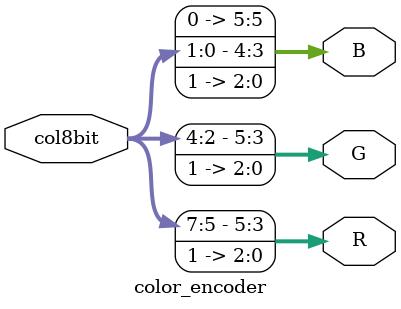
<source format=v>
module color_encoder(
    input [7:0] col8bit,
    output [5:0] R,
    output [5:0] G,
    output [5:0] B
);

    assign R = {col8bit[7:5],3'b111};
    assign G = {col8bit[4:2],3'b111};
    assign B = {col8bit[1:0],3'b1111};

endmodule
</source>
